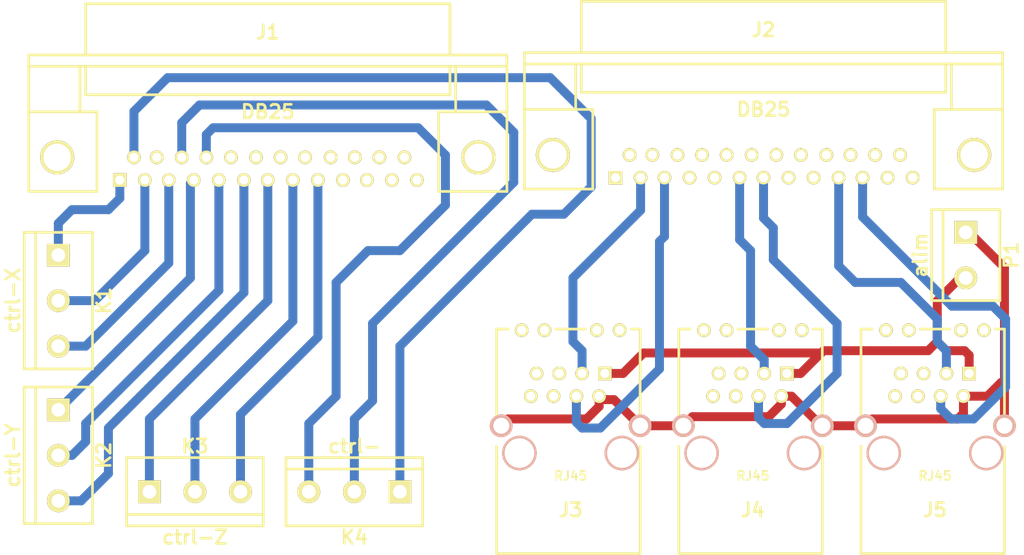
<source format=kicad_pcb>
(kicad_pcb (version 3) (host pcbnew "(2013-07-07 BZR 4022)-stable")

  (general
    (links 30)
    (no_connects 0)
    (area 115.316 86.36 230.632 150.876)
    (thickness 1.6)
    (drawings 0)
    (tracks 146)
    (zones 0)
    (modules 10)
    (nets 21)
  )

  (page A3)
  (layers
    (15 Dessus.Cu signal)
    (0 Dessous.Cu signal)
    (16 Dessous.Adhes user)
    (17 Dessus.Adhes user)
    (18 Dessous.Pate user)
    (19 Dessus.Pate user)
    (20 Dessous.SilkS user)
    (21 Dessus.SilkS user)
    (22 Dessous.Masque user)
    (23 Dessus.Masque user)
    (24 Dessin.User user)
    (25 Cmts.User user)
    (26 Eco1.User user)
    (27 Eco2.User user)
    (28 Contours.Ci user)
  )

  (setup
    (last_trace_width 1)
    (trace_clearance 1)
    (zone_clearance 0.508)
    (zone_45_only no)
    (trace_min 0.254)
    (segment_width 0.2)
    (edge_width 0.15)
    (via_size 2)
    (via_drill 1)
    (via_min_size 0.889)
    (via_min_drill 0.508)
    (uvia_size 0.508)
    (uvia_drill 0.127)
    (uvias_allowed no)
    (uvia_min_size 0.508)
    (uvia_min_drill 0.127)
    (pcb_text_width 0.3)
    (pcb_text_size 1.5 1.5)
    (mod_edge_width 0.15)
    (mod_text_size 1.5 1.5)
    (mod_text_width 0.15)
    (pad_size 1.524 1.524)
    (pad_drill 0.762)
    (pad_to_mask_clearance 0.2)
    (aux_axis_origin 0 0)
    (visible_elements 7FFFFFFF)
    (pcbplotparams
      (layerselection 3178497)
      (usegerberextensions true)
      (excludeedgelayer true)
      (linewidth 0.100000)
      (plotframeref false)
      (viasonmask false)
      (mode 1)
      (useauxorigin false)
      (hpglpennumber 1)
      (hpglpenspeed 20)
      (hpglpendiameter 15)
      (hpglpenoverlay 2)
      (psnegative false)
      (psa4output false)
      (plotreference true)
      (plotvalue true)
      (plotothertext true)
      (plotinvisibletext false)
      (padsonsilk false)
      (subtractmaskfromsilk false)
      (outputformat 1)
      (mirror false)
      (drillshape 1)
      (scaleselection 1)
      (outputdirectory ""))
  )

  (net 0 "")
  (net 1 +5V)
  (net 2 GND)
  (net 3 N-000001)
  (net 4 N-0000011)
  (net 5 N-0000012)
  (net 6 N-0000013)
  (net 7 N-0000014)
  (net 8 N-0000015)
  (net 9 N-0000016)
  (net 10 N-0000017)
  (net 11 N-0000018)
  (net 12 N-0000019)
  (net 13 N-000002)
  (net 14 N-0000020)
  (net 15 N-000003)
  (net 16 N-000004)
  (net 17 N-000005)
  (net 18 N-000006)
  (net 19 N-000007)
  (net 20 N-000008)

  (net_class Default "Ceci est la Netclass par défaut"
    (clearance 1)
    (trace_width 1)
    (via_dia 2)
    (via_drill 1)
    (uvia_dia 0.508)
    (uvia_drill 0.127)
    (add_net "")
    (add_net +5V)
    (add_net GND)
    (add_net N-000001)
    (add_net N-0000011)
    (add_net N-0000012)
    (add_net N-0000013)
    (add_net N-0000014)
    (add_net N-0000015)
    (add_net N-0000016)
    (add_net N-0000017)
    (add_net N-0000018)
    (add_net N-0000019)
    (add_net N-000002)
    (add_net N-0000020)
    (add_net N-000003)
    (add_net N-000004)
    (add_net N-000005)
    (add_net N-000006)
    (add_net N-000007)
    (add_net N-000008)
  )

  (module RJ45_TRANSFO (layer Dessus.Cu) (tedit 4C6963A3) (tstamp 52B60510)
    (at 224.028 129.54)
    (tags RJ45)
    (path /52B5FB4D)
    (fp_text reference J5 (at -3.81 15.24) (layer Dessus.SilkS)
      (effects (font (size 1.524 1.524) (thickness 0.3048)))
    )
    (fp_text value RJ45 (at -3.81 11.43) (layer Dessus.SilkS)
      (effects (font (size 1.00076 1.00076) (thickness 0.2032)))
    )
    (fp_line (start 3.937 20.066) (end 3.937 8.128) (layer Dessus.SilkS) (width 0.3048))
    (fp_line (start 3.937 4.953) (end 3.937 -4.953) (layer Dessus.SilkS) (width 0.3048))
    (fp_line (start -12.065 20.066) (end -12.065 8.128) (layer Dessus.SilkS) (width 0.3048))
    (fp_line (start -12.065 4.953) (end -12.065 -4.953) (layer Dessus.SilkS) (width 0.3048))
    (fp_line (start 3.937 -4.953) (end 2.921 -4.953) (layer Dessus.SilkS) (width 0.3048))
    (fp_line (start -5.461 -4.953) (end -2.159 -4.953) (layer Dessus.SilkS) (width 0.3048))
    (fp_line (start -12.065 -4.953) (end -10.795 -4.953) (layer Dessus.SilkS) (width 0.3048))
    (fp_line (start -12.065 20.11172) (end 3.937 20.11172) (layer Dessus.SilkS) (width 0.3048))
    (pad Hole thru_hole circle (at 1.905 8.89) (size 3.85064 3.85064) (drill 3.302)
      (layers *.Cu *.SilkS *.Mask)
    )
    (pad Hole thru_hole circle (at -9.525 8.89) (size 3.85064 3.85064) (drill 3.302)
      (layers *.Cu *.SilkS *.Mask)
    )
    (pad 8 thru_hole circle (at -8.255 2.54) (size 1.524 1.524) (drill 1.016)
      (layers *.Cu *.Mask Dessus.SilkS)
    )
    (pad 7 thru_hole circle (at -7.62 0) (size 1.524 1.524) (drill 1.016)
      (layers *.Cu *.Mask Dessus.SilkS)
    )
    (pad 6 thru_hole circle (at -5.715 2.54) (size 1.524 1.524) (drill 1.016)
      (layers *.Cu *.Mask Dessus.SilkS)
    )
    (pad 5 thru_hole circle (at -5.08 0) (size 1.524 1.524) (drill 1.016)
      (layers *.Cu *.Mask Dessus.SilkS)
    )
    (pad 4 thru_hole circle (at -3.175 2.54) (size 1.524 1.524) (drill 1.016)
      (layers *.Cu *.Mask Dessus.SilkS)
      (net 7 N-0000014)
    )
    (pad 3 thru_hole circle (at -2.54 0) (size 1.524 1.524) (drill 1.016)
      (layers *.Cu *.Mask Dessus.SilkS)
      (net 10 N-0000017)
    )
    (pad 2 thru_hole circle (at -0.635 2.54) (size 1.524 1.524) (drill 1.016)
      (layers *.Cu *.Mask Dessus.SilkS)
      (net 2 GND)
    )
    (pad 13 thru_hole circle (at 3.937 5.842) (size 2.54 2.54) (drill 1.778)
      (layers *.Cu *.SilkS *.Mask)
      (net 2 GND)
    )
    (pad 13 thru_hole circle (at -11.557 5.842) (size 2.54 2.54) (drill 1.778)
      (layers *.Cu *.SilkS *.Mask)
      (net 2 GND)
    )
    (pad YK thru_hole circle (at -6.731 -4.826) (size 1.524 1.524) (drill 1.016)
      (layers *.Cu *.Mask Dessus.SilkS)
    )
    (pad GA thru_hole circle (at -0.889 -4.826) (size 1.524 1.524) (drill 1.016)
      (layers *.Cu *.Mask Dessus.SilkS)
    )
    (pad YA thru_hole circle (at -9.271 -4.826) (size 1.524 1.524) (drill 1.016)
      (layers *.Cu *.Mask Dessus.SilkS)
    )
    (pad GK thru_hole circle (at 1.651 -4.826) (size 1.524 1.524) (drill 1.016)
      (layers *.Cu *.Mask Dessus.SilkS)
    )
    (pad 1 thru_hole rect (at 0 0) (size 1.524 1.524) (drill 1.016)
      (layers *.Cu *.Mask Dessus.SilkS)
      (net 1 +5V)
    )
  )

  (module RJ45_TRANSFO (layer Dessus.Cu) (tedit 4C6963A3) (tstamp 52B6052C)
    (at 203.708 129.54)
    (tags RJ45)
    (path /52B5FC63)
    (fp_text reference J4 (at -3.81 15.24) (layer Dessus.SilkS)
      (effects (font (size 1.524 1.524) (thickness 0.3048)))
    )
    (fp_text value RJ45 (at -3.81 11.43) (layer Dessus.SilkS)
      (effects (font (size 1.00076 1.00076) (thickness 0.2032)))
    )
    (fp_line (start 3.937 20.066) (end 3.937 8.128) (layer Dessus.SilkS) (width 0.3048))
    (fp_line (start 3.937 4.953) (end 3.937 -4.953) (layer Dessus.SilkS) (width 0.3048))
    (fp_line (start -12.065 20.066) (end -12.065 8.128) (layer Dessus.SilkS) (width 0.3048))
    (fp_line (start -12.065 4.953) (end -12.065 -4.953) (layer Dessus.SilkS) (width 0.3048))
    (fp_line (start 3.937 -4.953) (end 2.921 -4.953) (layer Dessus.SilkS) (width 0.3048))
    (fp_line (start -5.461 -4.953) (end -2.159 -4.953) (layer Dessus.SilkS) (width 0.3048))
    (fp_line (start -12.065 -4.953) (end -10.795 -4.953) (layer Dessus.SilkS) (width 0.3048))
    (fp_line (start -12.065 20.11172) (end 3.937 20.11172) (layer Dessus.SilkS) (width 0.3048))
    (pad Hole thru_hole circle (at 1.905 8.89) (size 3.85064 3.85064) (drill 3.302)
      (layers *.Cu *.SilkS *.Mask)
    )
    (pad Hole thru_hole circle (at -9.525 8.89) (size 3.85064 3.85064) (drill 3.302)
      (layers *.Cu *.SilkS *.Mask)
    )
    (pad 8 thru_hole circle (at -8.255 2.54) (size 1.524 1.524) (drill 1.016)
      (layers *.Cu *.Mask Dessus.SilkS)
    )
    (pad 7 thru_hole circle (at -7.62 0) (size 1.524 1.524) (drill 1.016)
      (layers *.Cu *.Mask Dessus.SilkS)
    )
    (pad 6 thru_hole circle (at -5.715 2.54) (size 1.524 1.524) (drill 1.016)
      (layers *.Cu *.Mask Dessus.SilkS)
    )
    (pad 5 thru_hole circle (at -5.08 0) (size 1.524 1.524) (drill 1.016)
      (layers *.Cu *.Mask Dessus.SilkS)
    )
    (pad 4 thru_hole circle (at -3.175 2.54) (size 1.524 1.524) (drill 1.016)
      (layers *.Cu *.Mask Dessus.SilkS)
      (net 9 N-0000016)
    )
    (pad 3 thru_hole circle (at -2.54 0) (size 1.524 1.524) (drill 1.016)
      (layers *.Cu *.Mask Dessus.SilkS)
      (net 8 N-0000015)
    )
    (pad 2 thru_hole circle (at -0.635 2.54) (size 1.524 1.524) (drill 1.016)
      (layers *.Cu *.Mask Dessus.SilkS)
      (net 2 GND)
    )
    (pad 13 thru_hole circle (at 3.937 5.842) (size 2.54 2.54) (drill 1.778)
      (layers *.Cu *.SilkS *.Mask)
      (net 2 GND)
    )
    (pad 13 thru_hole circle (at -11.557 5.842) (size 2.54 2.54) (drill 1.778)
      (layers *.Cu *.SilkS *.Mask)
      (net 2 GND)
    )
    (pad YK thru_hole circle (at -6.731 -4.826) (size 1.524 1.524) (drill 1.016)
      (layers *.Cu *.Mask Dessus.SilkS)
    )
    (pad GA thru_hole circle (at -0.889 -4.826) (size 1.524 1.524) (drill 1.016)
      (layers *.Cu *.Mask Dessus.SilkS)
    )
    (pad YA thru_hole circle (at -9.271 -4.826) (size 1.524 1.524) (drill 1.016)
      (layers *.Cu *.Mask Dessus.SilkS)
    )
    (pad GK thru_hole circle (at 1.651 -4.826) (size 1.524 1.524) (drill 1.016)
      (layers *.Cu *.Mask Dessus.SilkS)
    )
    (pad 1 thru_hole rect (at 0 0) (size 1.524 1.524) (drill 1.016)
      (layers *.Cu *.Mask Dessus.SilkS)
      (net 1 +5V)
    )
  )

  (module RJ45_TRANSFO (layer Dessus.Cu) (tedit 4C6963A3) (tstamp 52B60548)
    (at 183.388 129.54)
    (tags RJ45)
    (path /52B5FC69)
    (fp_text reference J3 (at -3.81 15.24) (layer Dessus.SilkS)
      (effects (font (size 1.524 1.524) (thickness 0.3048)))
    )
    (fp_text value RJ45 (at -3.81 11.43) (layer Dessus.SilkS)
      (effects (font (size 1.00076 1.00076) (thickness 0.2032)))
    )
    (fp_line (start 3.937 20.066) (end 3.937 8.128) (layer Dessus.SilkS) (width 0.3048))
    (fp_line (start 3.937 4.953) (end 3.937 -4.953) (layer Dessus.SilkS) (width 0.3048))
    (fp_line (start -12.065 20.066) (end -12.065 8.128) (layer Dessus.SilkS) (width 0.3048))
    (fp_line (start -12.065 4.953) (end -12.065 -4.953) (layer Dessus.SilkS) (width 0.3048))
    (fp_line (start 3.937 -4.953) (end 2.921 -4.953) (layer Dessus.SilkS) (width 0.3048))
    (fp_line (start -5.461 -4.953) (end -2.159 -4.953) (layer Dessus.SilkS) (width 0.3048))
    (fp_line (start -12.065 -4.953) (end -10.795 -4.953) (layer Dessus.SilkS) (width 0.3048))
    (fp_line (start -12.065 20.11172) (end 3.937 20.11172) (layer Dessus.SilkS) (width 0.3048))
    (pad Hole thru_hole circle (at 1.905 8.89) (size 3.85064 3.85064) (drill 3.302)
      (layers *.Cu *.SilkS *.Mask)
    )
    (pad Hole thru_hole circle (at -9.525 8.89) (size 3.85064 3.85064) (drill 3.302)
      (layers *.Cu *.SilkS *.Mask)
    )
    (pad 8 thru_hole circle (at -8.255 2.54) (size 1.524 1.524) (drill 1.016)
      (layers *.Cu *.Mask Dessus.SilkS)
    )
    (pad 7 thru_hole circle (at -7.62 0) (size 1.524 1.524) (drill 1.016)
      (layers *.Cu *.Mask Dessus.SilkS)
    )
    (pad 6 thru_hole circle (at -5.715 2.54) (size 1.524 1.524) (drill 1.016)
      (layers *.Cu *.Mask Dessus.SilkS)
    )
    (pad 5 thru_hole circle (at -5.08 0) (size 1.524 1.524) (drill 1.016)
      (layers *.Cu *.Mask Dessus.SilkS)
    )
    (pad 4 thru_hole circle (at -3.175 2.54) (size 1.524 1.524) (drill 1.016)
      (layers *.Cu *.Mask Dessus.SilkS)
      (net 14 N-0000020)
    )
    (pad 3 thru_hole circle (at -2.54 0) (size 1.524 1.524) (drill 1.016)
      (layers *.Cu *.Mask Dessus.SilkS)
      (net 12 N-0000019)
    )
    (pad 2 thru_hole circle (at -0.635 2.54) (size 1.524 1.524) (drill 1.016)
      (layers *.Cu *.Mask Dessus.SilkS)
      (net 2 GND)
    )
    (pad 13 thru_hole circle (at 3.937 5.842) (size 2.54 2.54) (drill 1.778)
      (layers *.Cu *.SilkS *.Mask)
      (net 2 GND)
    )
    (pad 13 thru_hole circle (at -11.557 5.842) (size 2.54 2.54) (drill 1.778)
      (layers *.Cu *.SilkS *.Mask)
      (net 2 GND)
    )
    (pad YK thru_hole circle (at -6.731 -4.826) (size 1.524 1.524) (drill 1.016)
      (layers *.Cu *.Mask Dessus.SilkS)
    )
    (pad GA thru_hole circle (at -0.889 -4.826) (size 1.524 1.524) (drill 1.016)
      (layers *.Cu *.Mask Dessus.SilkS)
    )
    (pad YA thru_hole circle (at -9.271 -4.826) (size 1.524 1.524) (drill 1.016)
      (layers *.Cu *.Mask Dessus.SilkS)
    )
    (pad GK thru_hole circle (at 1.651 -4.826) (size 1.524 1.524) (drill 1.016)
      (layers *.Cu *.Mask Dessus.SilkS)
    )
    (pad 1 thru_hole rect (at 0 0) (size 1.524 1.524) (drill 1.016)
      (layers *.Cu *.Mask Dessus.SilkS)
      (net 1 +5V)
    )
  )

  (module DB25FC (layer Dessus.Cu) (tedit 200000) (tstamp 52B6057B)
    (at 201.0918 106.4133)
    (descr "Connecteur DB25 femelle couche")
    (tags "CONN DB25")
    (path /52B5FB03)
    (fp_text reference J2 (at 0 -15.24) (layer Dessus.SilkS)
      (effects (font (size 1.524 1.524) (thickness 0.3048)))
    )
    (fp_text value DB25 (at 0 -6.35) (layer Dessus.SilkS)
      (effects (font (size 1.524 1.524) (thickness 0.3048)))
    )
    (fp_line (start 26.67 -11.43) (end 26.67 2.54) (layer Dessus.SilkS) (width 0.3048))
    (fp_line (start 19.05 -6.35) (end 19.05 2.54) (layer Dessus.SilkS) (width 0.3048))
    (fp_line (start 20.955 -11.43) (end 20.955 -6.35) (layer Dessus.SilkS) (width 0.3048))
    (fp_line (start -20.955 -11.43) (end -20.955 -6.35) (layer Dessus.SilkS) (width 0.3048))
    (fp_line (start -19.05 -6.35) (end -19.05 2.54) (layer Dessus.SilkS) (width 0.3048))
    (fp_line (start -26.67 2.54) (end -26.67 -11.43) (layer Dessus.SilkS) (width 0.3048))
    (fp_line (start 26.67 -6.35) (end 19.05 -6.35) (layer Dessus.SilkS) (width 0.3048))
    (fp_line (start -26.67 -6.35) (end -19.05 -6.35) (layer Dessus.SilkS) (width 0.3048))
    (fp_line (start 20.32 -8.255) (end 20.32 -11.43) (layer Dessus.SilkS) (width 0.3048))
    (fp_line (start -20.32 -8.255) (end -20.32 -11.43) (layer Dessus.SilkS) (width 0.3048))
    (fp_line (start 20.32 -18.415) (end 20.32 -12.7) (layer Dessus.SilkS) (width 0.3048))
    (fp_line (start -20.32 -18.415) (end -20.32 -12.7) (layer Dessus.SilkS) (width 0.3048))
    (fp_line (start 26.67 -11.43) (end 26.67 -12.7) (layer Dessus.SilkS) (width 0.3048))
    (fp_line (start 26.67 -12.7) (end -26.67 -12.7) (layer Dessus.SilkS) (width 0.3048))
    (fp_line (start -26.67 -12.7) (end -26.67 -11.43) (layer Dessus.SilkS) (width 0.3048))
    (fp_line (start -26.67 -11.43) (end 26.67 -11.43) (layer Dessus.SilkS) (width 0.3048))
    (fp_line (start 19.05 2.54) (end 26.67 2.54) (layer Dessus.SilkS) (width 0.3048))
    (fp_line (start -20.32 -8.255) (end 20.32 -8.255) (layer Dessus.SilkS) (width 0.3048))
    (fp_line (start -20.32 -18.415) (end 20.32 -18.415) (layer Dessus.SilkS) (width 0.3048))
    (fp_line (start -26.67 2.54) (end -19.05 2.54) (layer Dessus.SilkS) (width 0.3048))
    (pad "" thru_hole circle (at 23.495 -1.27) (size 3.81 3.81) (drill 3.048)
      (layers *.Cu *.Mask Dessus.SilkS)
    )
    (pad "" thru_hole circle (at -23.495 -1.27) (size 3.81 3.81) (drill 3.048)
      (layers *.Cu *.Mask Dessus.SilkS)
    )
    (pad 1 thru_hole rect (at -16.51 1.27) (size 1.524 1.524) (drill 1.016)
      (layers *.Cu *.Mask Dessus.SilkS)
    )
    (pad 2 thru_hole circle (at -13.716 1.27) (size 1.524 1.524) (drill 1.016)
      (layers *.Cu *.Mask Dessus.SilkS)
      (net 12 N-0000019)
    )
    (pad 3 thru_hole circle (at -11.049 1.27) (size 1.524 1.524) (drill 1.016)
      (layers *.Cu *.Mask Dessus.SilkS)
      (net 14 N-0000020)
    )
    (pad 4 thru_hole circle (at -8.255 1.27) (size 1.524 1.524) (drill 1.016)
      (layers *.Cu *.Mask Dessus.SilkS)
    )
    (pad 5 thru_hole circle (at -5.461 1.27) (size 1.524 1.524) (drill 1.016)
      (layers *.Cu *.Mask Dessus.SilkS)
    )
    (pad 6 thru_hole circle (at -2.667 1.27) (size 1.524 1.524) (drill 1.016)
      (layers *.Cu *.Mask Dessus.SilkS)
      (net 8 N-0000015)
    )
    (pad 7 thru_hole circle (at 0 1.27) (size 1.524 1.524) (drill 1.016)
      (layers *.Cu *.Mask Dessus.SilkS)
      (net 9 N-0000016)
    )
    (pad 8 thru_hole circle (at 2.794 1.27) (size 1.524 1.524) (drill 1.016)
      (layers *.Cu *.Mask Dessus.SilkS)
    )
    (pad 9 thru_hole circle (at 5.588 1.27) (size 1.524 1.524) (drill 1.016)
      (layers *.Cu *.Mask Dessus.SilkS)
    )
    (pad 10 thru_hole circle (at 8.382 1.27) (size 1.524 1.524) (drill 1.016)
      (layers *.Cu *.Mask Dessus.SilkS)
      (net 10 N-0000017)
    )
    (pad 11 thru_hole circle (at 11.049 1.27) (size 1.524 1.524) (drill 1.016)
      (layers *.Cu *.Mask Dessus.SilkS)
      (net 7 N-0000014)
    )
    (pad 12 thru_hole circle (at 13.843 1.27) (size 1.524 1.524) (drill 1.016)
      (layers *.Cu *.Mask Dessus.SilkS)
    )
    (pad 13 thru_hole circle (at 16.637 1.27) (size 1.524 1.524) (drill 1.016)
      (layers *.Cu *.Mask Dessus.SilkS)
    )
    (pad 14 thru_hole circle (at -14.9352 -1.27) (size 1.524 1.524) (drill 1.016)
      (layers *.Cu *.Mask Dessus.SilkS)
    )
    (pad 15 thru_hole circle (at -12.3952 -1.27) (size 1.524 1.524) (drill 1.016)
      (layers *.Cu *.Mask Dessus.SilkS)
    )
    (pad 16 thru_hole circle (at -9.6012 -1.27) (size 1.524 1.524) (drill 1.016)
      (layers *.Cu *.Mask Dessus.SilkS)
    )
    (pad 17 thru_hole circle (at -6.858 -1.27) (size 1.524 1.524) (drill 1.016)
      (layers *.Cu *.Mask Dessus.SilkS)
    )
    (pad 18 thru_hole circle (at -4.1148 -1.27) (size 1.524 1.524) (drill 1.016)
      (layers *.Cu *.Mask Dessus.SilkS)
    )
    (pad 19 thru_hole circle (at -1.3208 -1.27) (size 1.524 1.524) (drill 1.016)
      (layers *.Cu *.Mask Dessus.SilkS)
    )
    (pad 20 thru_hole circle (at 1.4224 -1.27) (size 1.524 1.524) (drill 1.016)
      (layers *.Cu *.Mask Dessus.SilkS)
    )
    (pad 21 thru_hole circle (at 4.1656 -1.27) (size 1.524 1.524) (drill 1.016)
      (layers *.Cu *.Mask Dessus.SilkS)
    )
    (pad 22 thru_hole circle (at 7.0104 -1.27) (size 1.524 1.524) (drill 1.016)
      (layers *.Cu *.Mask Dessus.SilkS)
    )
    (pad 23 thru_hole circle (at 9.7028 -1.27) (size 1.524 1.524) (drill 1.016)
      (layers *.Cu *.Mask Dessus.SilkS)
    )
    (pad 24 thru_hole circle (at 12.446 -1.27) (size 1.524 1.524) (drill 1.016)
      (layers *.Cu *.Mask Dessus.SilkS)
    )
    (pad 25 thru_hole circle (at 15.24 -1.27) (size 1.524 1.524) (drill 1.016)
      (layers *.Cu *.Mask Dessus.SilkS)
    )
    (model conn_DBxx/db25_female_pin90deg.wrl
      (at (xyz 0 0 0))
      (scale (xyz 1 1 1))
      (rotate (xyz 0 0 0))
    )
  )

  (module DB25FC (layer Dessus.Cu) (tedit 200000) (tstamp 52B605AE)
    (at 145.796 106.68)
    (descr "Connecteur DB25 femelle couche")
    (tags "CONN DB25")
    (path /52B5FB13)
    (fp_text reference J1 (at 0 -15.24) (layer Dessus.SilkS)
      (effects (font (size 1.524 1.524) (thickness 0.3048)))
    )
    (fp_text value DB25 (at 0 -6.35) (layer Dessus.SilkS)
      (effects (font (size 1.524 1.524) (thickness 0.3048)))
    )
    (fp_line (start 26.67 -11.43) (end 26.67 2.54) (layer Dessus.SilkS) (width 0.3048))
    (fp_line (start 19.05 -6.35) (end 19.05 2.54) (layer Dessus.SilkS) (width 0.3048))
    (fp_line (start 20.955 -11.43) (end 20.955 -6.35) (layer Dessus.SilkS) (width 0.3048))
    (fp_line (start -20.955 -11.43) (end -20.955 -6.35) (layer Dessus.SilkS) (width 0.3048))
    (fp_line (start -19.05 -6.35) (end -19.05 2.54) (layer Dessus.SilkS) (width 0.3048))
    (fp_line (start -26.67 2.54) (end -26.67 -11.43) (layer Dessus.SilkS) (width 0.3048))
    (fp_line (start 26.67 -6.35) (end 19.05 -6.35) (layer Dessus.SilkS) (width 0.3048))
    (fp_line (start -26.67 -6.35) (end -19.05 -6.35) (layer Dessus.SilkS) (width 0.3048))
    (fp_line (start 20.32 -8.255) (end 20.32 -11.43) (layer Dessus.SilkS) (width 0.3048))
    (fp_line (start -20.32 -8.255) (end -20.32 -11.43) (layer Dessus.SilkS) (width 0.3048))
    (fp_line (start 20.32 -18.415) (end 20.32 -12.7) (layer Dessus.SilkS) (width 0.3048))
    (fp_line (start -20.32 -18.415) (end -20.32 -12.7) (layer Dessus.SilkS) (width 0.3048))
    (fp_line (start 26.67 -11.43) (end 26.67 -12.7) (layer Dessus.SilkS) (width 0.3048))
    (fp_line (start 26.67 -12.7) (end -26.67 -12.7) (layer Dessus.SilkS) (width 0.3048))
    (fp_line (start -26.67 -12.7) (end -26.67 -11.43) (layer Dessus.SilkS) (width 0.3048))
    (fp_line (start -26.67 -11.43) (end 26.67 -11.43) (layer Dessus.SilkS) (width 0.3048))
    (fp_line (start 19.05 2.54) (end 26.67 2.54) (layer Dessus.SilkS) (width 0.3048))
    (fp_line (start -20.32 -8.255) (end 20.32 -8.255) (layer Dessus.SilkS) (width 0.3048))
    (fp_line (start -20.32 -18.415) (end 20.32 -18.415) (layer Dessus.SilkS) (width 0.3048))
    (fp_line (start -26.67 2.54) (end -19.05 2.54) (layer Dessus.SilkS) (width 0.3048))
    (pad "" thru_hole circle (at 23.495 -1.27) (size 3.81 3.81) (drill 3.048)
      (layers *.Cu *.Mask Dessus.SilkS)
    )
    (pad "" thru_hole circle (at -23.495 -1.27) (size 3.81 3.81) (drill 3.048)
      (layers *.Cu *.Mask Dessus.SilkS)
    )
    (pad 1 thru_hole rect (at -16.51 1.27) (size 1.524 1.524) (drill 1.016)
      (layers *.Cu *.Mask Dessus.SilkS)
      (net 4 N-0000011)
    )
    (pad 2 thru_hole circle (at -13.716 1.27) (size 1.524 1.524) (drill 1.016)
      (layers *.Cu *.Mask Dessus.SilkS)
      (net 5 N-0000012)
    )
    (pad 3 thru_hole circle (at -11.049 1.27) (size 1.524 1.524) (drill 1.016)
      (layers *.Cu *.Mask Dessus.SilkS)
      (net 6 N-0000013)
    )
    (pad 4 thru_hole circle (at -8.255 1.27) (size 1.524 1.524) (drill 1.016)
      (layers *.Cu *.Mask Dessus.SilkS)
      (net 3 N-000001)
    )
    (pad 5 thru_hole circle (at -5.461 1.27) (size 1.524 1.524) (drill 1.016)
      (layers *.Cu *.Mask Dessus.SilkS)
      (net 13 N-000002)
    )
    (pad 6 thru_hole circle (at -2.667 1.27) (size 1.524 1.524) (drill 1.016)
      (layers *.Cu *.Mask Dessus.SilkS)
      (net 15 N-000003)
    )
    (pad 7 thru_hole circle (at 0 1.27) (size 1.524 1.524) (drill 1.016)
      (layers *.Cu *.Mask Dessus.SilkS)
      (net 16 N-000004)
    )
    (pad 8 thru_hole circle (at 2.794 1.27) (size 1.524 1.524) (drill 1.016)
      (layers *.Cu *.Mask Dessus.SilkS)
      (net 17 N-000005)
    )
    (pad 9 thru_hole circle (at 5.588 1.27) (size 1.524 1.524) (drill 1.016)
      (layers *.Cu *.Mask Dessus.SilkS)
      (net 18 N-000006)
    )
    (pad 10 thru_hole circle (at 8.382 1.27) (size 1.524 1.524) (drill 1.016)
      (layers *.Cu *.Mask Dessus.SilkS)
    )
    (pad 11 thru_hole circle (at 11.049 1.27) (size 1.524 1.524) (drill 1.016)
      (layers *.Cu *.Mask Dessus.SilkS)
    )
    (pad 12 thru_hole circle (at 13.843 1.27) (size 1.524 1.524) (drill 1.016)
      (layers *.Cu *.Mask Dessus.SilkS)
    )
    (pad 13 thru_hole circle (at 16.637 1.27) (size 1.524 1.524) (drill 1.016)
      (layers *.Cu *.Mask Dessus.SilkS)
    )
    (pad 14 thru_hole circle (at -14.9352 -1.27) (size 1.524 1.524) (drill 1.016)
      (layers *.Cu *.Mask Dessus.SilkS)
      (net 19 N-000007)
    )
    (pad 15 thru_hole circle (at -12.3952 -1.27) (size 1.524 1.524) (drill 1.016)
      (layers *.Cu *.Mask Dessus.SilkS)
    )
    (pad 16 thru_hole circle (at -9.6012 -1.27) (size 1.524 1.524) (drill 1.016)
      (layers *.Cu *.Mask Dessus.SilkS)
      (net 20 N-000008)
    )
    (pad 17 thru_hole circle (at -6.858 -1.27) (size 1.524 1.524) (drill 1.016)
      (layers *.Cu *.Mask Dessus.SilkS)
      (net 11 N-0000018)
    )
    (pad 18 thru_hole circle (at -4.1148 -1.27) (size 1.524 1.524) (drill 1.016)
      (layers *.Cu *.Mask Dessus.SilkS)
    )
    (pad 19 thru_hole circle (at -1.3208 -1.27) (size 1.524 1.524) (drill 1.016)
      (layers *.Cu *.Mask Dessus.SilkS)
    )
    (pad 20 thru_hole circle (at 1.4224 -1.27) (size 1.524 1.524) (drill 1.016)
      (layers *.Cu *.Mask Dessus.SilkS)
    )
    (pad 21 thru_hole circle (at 4.1656 -1.27) (size 1.524 1.524) (drill 1.016)
      (layers *.Cu *.Mask Dessus.SilkS)
    )
    (pad 22 thru_hole circle (at 7.0104 -1.27) (size 1.524 1.524) (drill 1.016)
      (layers *.Cu *.Mask Dessus.SilkS)
    )
    (pad 23 thru_hole circle (at 9.7028 -1.27) (size 1.524 1.524) (drill 1.016)
      (layers *.Cu *.Mask Dessus.SilkS)
    )
    (pad 24 thru_hole circle (at 12.446 -1.27) (size 1.524 1.524) (drill 1.016)
      (layers *.Cu *.Mask Dessus.SilkS)
    )
    (pad 25 thru_hole circle (at 15.24 -1.27) (size 1.524 1.524) (drill 1.016)
      (layers *.Cu *.Mask Dessus.SilkS)
    )
    (model conn_DBxx/db25_female_pin90deg.wrl
      (at (xyz 0 0 0))
      (scale (xyz 1 1 1))
      (rotate (xyz 0 0 0))
    )
  )

  (module bornier3 (layer Dessus.Cu) (tedit 3EC0ECFA) (tstamp 52B605BA)
    (at 122.428 121.412 270)
    (descr "Bornier d'alimentation 3 pins")
    (tags DEV)
    (path /52B5FD20)
    (fp_text reference K1 (at 0 -5.08 270) (layer Dessus.SilkS)
      (effects (font (size 1.524 1.524) (thickness 0.3048)))
    )
    (fp_text value ctrl-X (at 0 5.08 270) (layer Dessus.SilkS)
      (effects (font (size 1.524 1.524) (thickness 0.3048)))
    )
    (fp_line (start -7.62 3.81) (end -7.62 -3.81) (layer Dessus.SilkS) (width 0.3048))
    (fp_line (start 7.62 3.81) (end 7.62 -3.81) (layer Dessus.SilkS) (width 0.3048))
    (fp_line (start -7.62 2.54) (end 7.62 2.54) (layer Dessus.SilkS) (width 0.3048))
    (fp_line (start -7.62 -3.81) (end 7.62 -3.81) (layer Dessus.SilkS) (width 0.3048))
    (fp_line (start -7.62 3.81) (end 7.62 3.81) (layer Dessus.SilkS) (width 0.3048))
    (pad 1 thru_hole rect (at -5.08 0 270) (size 2.54 2.54) (drill 1.524)
      (layers *.Cu *.Mask Dessus.SilkS)
      (net 4 N-0000011)
    )
    (pad 2 thru_hole circle (at 0 0 270) (size 2.54 2.54) (drill 1.524)
      (layers *.Cu *.Mask Dessus.SilkS)
      (net 5 N-0000012)
    )
    (pad 3 thru_hole circle (at 5.08 0 270) (size 2.54 2.54) (drill 1.524)
      (layers *.Cu *.Mask Dessus.SilkS)
      (net 6 N-0000013)
    )
    (model device/bornier_3.wrl
      (at (xyz 0 0 0))
      (scale (xyz 1 1 1))
      (rotate (xyz 0 0 0))
    )
  )

  (module bornier3 (layer Dessus.Cu) (tedit 3EC0ECFA) (tstamp 52B605C6)
    (at 122.428 138.684 270)
    (descr "Bornier d'alimentation 3 pins")
    (tags DEV)
    (path /52B5FD2D)
    (fp_text reference K2 (at 0 -5.08 270) (layer Dessus.SilkS)
      (effects (font (size 1.524 1.524) (thickness 0.3048)))
    )
    (fp_text value ctrl-Y (at 0 5.08 270) (layer Dessus.SilkS)
      (effects (font (size 1.524 1.524) (thickness 0.3048)))
    )
    (fp_line (start -7.62 3.81) (end -7.62 -3.81) (layer Dessus.SilkS) (width 0.3048))
    (fp_line (start 7.62 3.81) (end 7.62 -3.81) (layer Dessus.SilkS) (width 0.3048))
    (fp_line (start -7.62 2.54) (end 7.62 2.54) (layer Dessus.SilkS) (width 0.3048))
    (fp_line (start -7.62 -3.81) (end 7.62 -3.81) (layer Dessus.SilkS) (width 0.3048))
    (fp_line (start -7.62 3.81) (end 7.62 3.81) (layer Dessus.SilkS) (width 0.3048))
    (pad 1 thru_hole rect (at -5.08 0 270) (size 2.54 2.54) (drill 1.524)
      (layers *.Cu *.Mask Dessus.SilkS)
      (net 3 N-000001)
    )
    (pad 2 thru_hole circle (at 0 0 270) (size 2.54 2.54) (drill 1.524)
      (layers *.Cu *.Mask Dessus.SilkS)
      (net 13 N-000002)
    )
    (pad 3 thru_hole circle (at 5.08 0 270) (size 2.54 2.54) (drill 1.524)
      (layers *.Cu *.Mask Dessus.SilkS)
      (net 15 N-000003)
    )
    (model device/bornier_3.wrl
      (at (xyz 0 0 0))
      (scale (xyz 1 1 1))
      (rotate (xyz 0 0 0))
    )
  )

  (module bornier3 (layer Dessus.Cu) (tedit 3EC0ECFA) (tstamp 52B605D2)
    (at 137.668 142.748)
    (descr "Bornier d'alimentation 3 pins")
    (tags DEV)
    (path /52B5FD33)
    (fp_text reference K3 (at 0 -5.08) (layer Dessus.SilkS)
      (effects (font (size 1.524 1.524) (thickness 0.3048)))
    )
    (fp_text value ctrl-Z (at 0 5.08) (layer Dessus.SilkS)
      (effects (font (size 1.524 1.524) (thickness 0.3048)))
    )
    (fp_line (start -7.62 3.81) (end -7.62 -3.81) (layer Dessus.SilkS) (width 0.3048))
    (fp_line (start 7.62 3.81) (end 7.62 -3.81) (layer Dessus.SilkS) (width 0.3048))
    (fp_line (start -7.62 2.54) (end 7.62 2.54) (layer Dessus.SilkS) (width 0.3048))
    (fp_line (start -7.62 -3.81) (end 7.62 -3.81) (layer Dessus.SilkS) (width 0.3048))
    (fp_line (start -7.62 3.81) (end 7.62 3.81) (layer Dessus.SilkS) (width 0.3048))
    (pad 1 thru_hole rect (at -5.08 0) (size 2.54 2.54) (drill 1.524)
      (layers *.Cu *.Mask Dessus.SilkS)
      (net 16 N-000004)
    )
    (pad 2 thru_hole circle (at 0 0) (size 2.54 2.54) (drill 1.524)
      (layers *.Cu *.Mask Dessus.SilkS)
      (net 17 N-000005)
    )
    (pad 3 thru_hole circle (at 5.08 0) (size 2.54 2.54) (drill 1.524)
      (layers *.Cu *.Mask Dessus.SilkS)
      (net 18 N-000006)
    )
    (model device/bornier_3.wrl
      (at (xyz 0 0 0))
      (scale (xyz 1 1 1))
      (rotate (xyz 0 0 0))
    )
  )

  (module bornier3 (layer Dessus.Cu) (tedit 3EC0ECFA) (tstamp 52B605DE)
    (at 155.448 142.748 180)
    (descr "Bornier d'alimentation 3 pins")
    (tags DEV)
    (path /52B5FD39)
    (fp_text reference K4 (at 0 -5.08 180) (layer Dessus.SilkS)
      (effects (font (size 1.524 1.524) (thickness 0.3048)))
    )
    (fp_text value ctrl- (at 0 5.08 180) (layer Dessus.SilkS)
      (effects (font (size 1.524 1.524) (thickness 0.3048)))
    )
    (fp_line (start -7.62 3.81) (end -7.62 -3.81) (layer Dessus.SilkS) (width 0.3048))
    (fp_line (start 7.62 3.81) (end 7.62 -3.81) (layer Dessus.SilkS) (width 0.3048))
    (fp_line (start -7.62 2.54) (end 7.62 2.54) (layer Dessus.SilkS) (width 0.3048))
    (fp_line (start -7.62 -3.81) (end 7.62 -3.81) (layer Dessus.SilkS) (width 0.3048))
    (fp_line (start -7.62 3.81) (end 7.62 3.81) (layer Dessus.SilkS) (width 0.3048))
    (pad 1 thru_hole rect (at -5.08 0 180) (size 2.54 2.54) (drill 1.524)
      (layers *.Cu *.Mask Dessus.SilkS)
      (net 19 N-000007)
    )
    (pad 2 thru_hole circle (at 0 0 180) (size 2.54 2.54) (drill 1.524)
      (layers *.Cu *.Mask Dessus.SilkS)
      (net 20 N-000008)
    )
    (pad 3 thru_hole circle (at 5.08 0 180) (size 2.54 2.54) (drill 1.524)
      (layers *.Cu *.Mask Dessus.SilkS)
      (net 11 N-0000018)
    )
    (model device/bornier_3.wrl
      (at (xyz 0 0 0))
      (scale (xyz 1 1 1))
      (rotate (xyz 0 0 0))
    )
  )

  (module bornier2 (layer Dessus.Cu) (tedit 3EC0ED69) (tstamp 52B605E9)
    (at 223.647 116.332 270)
    (descr "Bornier d'alimentation 2 pins")
    (tags DEV)
    (path /52B5FCB8)
    (fp_text reference P1 (at 0 -5.08 270) (layer Dessus.SilkS)
      (effects (font (size 1.524 1.524) (thickness 0.3048)))
    )
    (fp_text value alim (at 0 5.08 270) (layer Dessus.SilkS)
      (effects (font (size 1.524 1.524) (thickness 0.3048)))
    )
    (fp_line (start 5.08 2.54) (end -5.08 2.54) (layer Dessus.SilkS) (width 0.3048))
    (fp_line (start 5.08 3.81) (end 5.08 -3.81) (layer Dessus.SilkS) (width 0.3048))
    (fp_line (start 5.08 -3.81) (end -5.08 -3.81) (layer Dessus.SilkS) (width 0.3048))
    (fp_line (start -5.08 -3.81) (end -5.08 3.81) (layer Dessus.SilkS) (width 0.3048))
    (fp_line (start -5.08 3.81) (end 5.08 3.81) (layer Dessus.SilkS) (width 0.3048))
    (pad 1 thru_hole rect (at -2.54 0 270) (size 2.54 2.54) (drill 1.524)
      (layers *.Cu *.Mask Dessus.SilkS)
      (net 2 GND)
    )
    (pad 2 thru_hole circle (at 2.54 0 270) (size 2.54 2.54) (drill 1.524)
      (layers *.Cu *.Mask Dessus.SilkS)
      (net 1 +5V)
    )
    (model device/bornier_2.wrl
      (at (xyz 0 0 0))
      (scale (xyz 1 1 1))
      (rotate (xyz 0 0 0))
    )
  )

  (segment (start 207.518 127.254) (end 187.706 127.254) (width 1) (layer Dessus.Cu) (net 1))
  (segment (start 185.42 129.54) (end 183.388 129.54) (width 1) (layer Dessus.Cu) (net 1) (tstamp 52B6100C))
  (segment (start 187.706 127.254) (end 185.42 129.54) (width 1) (layer Dessus.Cu) (net 1) (tstamp 52B6100B))
  (segment (start 220.472 125.984) (end 219.456 127) (width 1) (layer Dessus.Cu) (net 1))
  (segment (start 205.232 129.54) (end 203.708 129.54) (width 1) (layer Dessus.Cu) (net 1) (tstamp 52B61004))
  (segment (start 207.772 127) (end 207.518 127.254) (width 1) (layer Dessus.Cu) (net 1) (tstamp 52B61003))
  (segment (start 207.518 127.254) (end 205.232 129.54) (width 1) (layer Dessus.Cu) (net 1) (tstamp 52B61009))
  (segment (start 219.456 127) (end 207.772 127) (width 1) (layer Dessus.Cu) (net 1) (tstamp 52B61001))
  (segment (start 223.647 118.872) (end 223.012 118.872) (width 1) (layer Dessus.Cu) (net 1))
  (segment (start 224.028 127.508) (end 224.028 129.54) (width 1) (layer Dessus.Cu) (net 1) (tstamp 52B60FF8))
  (segment (start 223.52 127) (end 224.028 127.508) (width 1) (layer Dessus.Cu) (net 1) (tstamp 52B60FF7))
  (segment (start 221.488 127) (end 223.52 127) (width 1) (layer Dessus.Cu) (net 1) (tstamp 52B60FF6))
  (segment (start 220.472 125.984) (end 221.488 127) (width 1) (layer Dessus.Cu) (net 1) (tstamp 52B60FF5))
  (segment (start 220.472 121.412) (end 220.472 125.984) (width 1) (layer Dessus.Cu) (net 1) (tstamp 52B60FF4))
  (segment (start 223.012 118.872) (end 220.472 121.412) (width 1) (layer Dessus.Cu) (net 1) (tstamp 52B60FF2))
  (segment (start 182.753 132.08) (end 182.753 133.223) (width 1) (layer Dessus.Cu) (net 2))
  (segment (start 172.593 134.62) (end 171.831 135.382) (width 1) (layer Dessus.Cu) (net 2) (tstamp 52B60FE8))
  (segment (start 181.356 134.62) (end 172.593 134.62) (width 1) (layer Dessus.Cu) (net 2) (tstamp 52B60FE6))
  (segment (start 182.753 133.223) (end 181.356 134.62) (width 1) (layer Dessus.Cu) (net 2) (tstamp 52B60FE5))
  (segment (start 192.151 135.382) (end 187.325 135.382) (width 1) (layer Dessus.Cu) (net 2))
  (segment (start 187.325 135.382) (end 184.404 132.461) (width 1) (layer Dessus.Cu) (net 2) (tstamp 52B60FDF))
  (segment (start 183.134 132.461) (end 182.753 132.08) (width 1) (layer Dessus.Cu) (net 2) (tstamp 52B60FE2))
  (segment (start 184.404 132.461) (end 183.134 132.461) (width 1) (layer Dessus.Cu) (net 2) (tstamp 52B60FE0))
  (segment (start 203.073 132.08) (end 203.073 132.969) (width 1) (layer Dessus.Cu) (net 2))
  (segment (start 193.167 134.366) (end 192.151 135.382) (width 1) (layer Dessus.Cu) (net 2) (tstamp 52B60FD9))
  (segment (start 201.676 134.366) (end 193.167 134.366) (width 1) (layer Dessus.Cu) (net 2) (tstamp 52B60FD8))
  (segment (start 203.073 132.969) (end 201.676 134.366) (width 1) (layer Dessus.Cu) (net 2) (tstamp 52B60FD7))
  (segment (start 207.645 135.382) (end 207.518 135.382) (width 1) (layer Dessus.Cu) (net 2))
  (segment (start 204.216 132.08) (end 203.073 132.08) (width 1) (layer Dessus.Cu) (net 2) (tstamp 52B60FD3))
  (segment (start 207.518 135.382) (end 204.216 132.08) (width 1) (layer Dessus.Cu) (net 2) (tstamp 52B60FD1))
  (segment (start 212.471 135.382) (end 207.645 135.382) (width 1) (layer Dessus.Cu) (net 2))
  (segment (start 223.393 132.08) (end 223.393 133.985) (width 1) (layer Dessus.Cu) (net 2))
  (segment (start 213.233 134.62) (end 212.471 135.382) (width 1) (layer Dessus.Cu) (net 2) (tstamp 52B60FCA))
  (segment (start 222.758 134.62) (end 213.233 134.62) (width 1) (layer Dessus.Cu) (net 2) (tstamp 52B60FC8))
  (segment (start 223.393 133.985) (end 222.758 134.62) (width 1) (layer Dessus.Cu) (net 2) (tstamp 52B60FC7))
  (segment (start 227.965 130.556) (end 227.584 130.556) (width 1) (layer Dessus.Cu) (net 2))
  (segment (start 226.06 132.08) (end 223.393 132.08) (width 1) (layer Dessus.Cu) (net 2) (tstamp 52B60FB9))
  (segment (start 227.584 130.556) (end 226.06 132.08) (width 1) (layer Dessus.Cu) (net 2) (tstamp 52B60FB8))
  (segment (start 223.647 113.792) (end 224.028 113.792) (width 1) (layer Dessus.Cu) (net 2))
  (segment (start 227.965 117.729) (end 227.965 130.556) (width 1) (layer Dessus.Cu) (net 2) (tstamp 52B60FB2))
  (segment (start 227.965 130.556) (end 227.965 135.382) (width 1) (layer Dessus.Cu) (net 2) (tstamp 52B60FB6))
  (segment (start 224.028 113.792) (end 227.965 117.729) (width 1) (layer Dessus.Cu) (net 2) (tstamp 52B60FB1))
  (segment (start 122.428 133.604) (end 137.16 118.872) (width 1) (layer Dessous.Cu) (net 3))
  (segment (start 137.16 108.331) (end 137.541 107.95) (width 1) (layer Dessous.Cu) (net 3) (tstamp 52B6119E))
  (segment (start 137.16 118.872) (end 137.16 108.331) (width 1) (layer Dessous.Cu) (net 3) (tstamp 52B6119D))
  (segment (start 122.428 116.332) (end 122.428 112.776) (width 1) (layer Dessous.Cu) (net 4))
  (segment (start 129.286 109.982) (end 129.286 107.95) (width 1) (layer Dessous.Cu) (net 4) (tstamp 52B61113))
  (segment (start 128.016 111.252) (end 129.286 109.982) (width 1) (layer Dessous.Cu) (net 4) (tstamp 52B61111))
  (segment (start 123.952 111.252) (end 128.016 111.252) (width 1) (layer Dessous.Cu) (net 4) (tstamp 52B61110))
  (segment (start 122.428 112.776) (end 123.952 111.252) (width 1) (layer Dessous.Cu) (net 4) (tstamp 52B6110D))
  (segment (start 122.428 121.412) (end 126.492 121.412) (width 1) (layer Dessous.Cu) (net 5))
  (segment (start 132.08 115.824) (end 132.08 107.95) (width 1) (layer Dessous.Cu) (net 5) (tstamp 52B61119))
  (segment (start 126.492 121.412) (end 132.08 115.824) (width 1) (layer Dessous.Cu) (net 5) (tstamp 52B61117))
  (segment (start 134.747 107.95) (end 134.747 117.221) (width 1) (layer Dessous.Cu) (net 6))
  (segment (start 125.476 126.492) (end 122.428 126.492) (width 1) (layer Dessous.Cu) (net 6) (tstamp 52B6111F))
  (segment (start 134.747 117.221) (end 125.476 126.492) (width 1) (layer Dessous.Cu) (net 6) (tstamp 52B6111E))
  (segment (start 220.853 132.08) (end 220.853 133.477) (width 1) (layer Dessous.Cu) (net 7))
  (segment (start 212.1408 112.0648) (end 212.1408 107.6833) (width 1) (layer Dessous.Cu) (net 7) (tstamp 52B61095))
  (segment (start 222.105785 122.029785) (end 212.1408 112.0648) (width 1) (layer Dessous.Cu) (net 7) (tstamp 52B61090))
  (segment (start 226.677785 122.029785) (end 222.105785 122.029785) (width 1) (layer Dessous.Cu) (net 7) (tstamp 52B6108D))
  (segment (start 228.092 123.444) (end 226.677785 122.029785) (width 1) (layer Dessous.Cu) (net 7) (tstamp 52B6108A))
  (segment (start 228.092 131.064) (end 228.092 123.444) (width 1) (layer Dessous.Cu) (net 7) (tstamp 52B61086))
  (segment (start 224.536 134.62) (end 228.092 131.064) (width 1) (layer Dessous.Cu) (net 7) (tstamp 52B61080))
  (segment (start 221.996 134.62) (end 224.536 134.62) (width 1) (layer Dessous.Cu) (net 7) (tstamp 52B6107F))
  (segment (start 220.853 133.477) (end 221.996 134.62) (width 1) (layer Dessous.Cu) (net 7) (tstamp 52B6107D))
  (segment (start 201.168 129.54) (end 201.168 128.016) (width 1) (layer Dessous.Cu) (net 8))
  (segment (start 198.4248 114.6048) (end 198.4248 107.6833) (width 1) (layer Dessous.Cu) (net 8) (tstamp 52B610A3))
  (segment (start 199.644 115.824) (end 198.4248 114.6048) (width 1) (layer Dessous.Cu) (net 8) (tstamp 52B610A0))
  (segment (start 199.644 126.492) (end 199.644 115.824) (width 1) (layer Dessous.Cu) (net 8) (tstamp 52B6109E))
  (segment (start 201.168 128.016) (end 199.644 126.492) (width 1) (layer Dessous.Cu) (net 8) (tstamp 52B6109C))
  (segment (start 200.533 132.08) (end 200.533 134.493) (width 1) (layer Dessous.Cu) (net 9))
  (segment (start 201.0918 112.1918) (end 201.0918 107.6833) (width 1) (layer Dessous.Cu) (net 9) (tstamp 52B610B3))
  (segment (start 202.184 113.284) (end 201.0918 112.1918) (width 1) (layer Dessous.Cu) (net 9) (tstamp 52B610B2))
  (segment (start 202.184 116.84) (end 202.184 113.284) (width 1) (layer Dessous.Cu) (net 9) (tstamp 52B610B0))
  (segment (start 209.296 123.952) (end 202.184 116.84) (width 1) (layer Dessous.Cu) (net 9) (tstamp 52B610AE))
  (segment (start 209.296 129.54) (end 209.296 123.952) (width 1) (layer Dessous.Cu) (net 9) (tstamp 52B610AA))
  (segment (start 203.708 135.128) (end 209.296 129.54) (width 1) (layer Dessous.Cu) (net 9) (tstamp 52B610A9))
  (segment (start 201.168 135.128) (end 203.708 135.128) (width 1) (layer Dessous.Cu) (net 9) (tstamp 52B610A8))
  (segment (start 200.533 134.493) (end 201.168 135.128) (width 1) (layer Dessous.Cu) (net 9) (tstamp 52B610A7))
  (segment (start 221.488 129.54) (end 221.488 127) (width 1) (layer Dessous.Cu) (net 10))
  (segment (start 209.4738 117.5258) (end 209.4738 107.6833) (width 1) (layer Dessous.Cu) (net 10) (tstamp 52B61078))
  (segment (start 211.328 119.38) (end 209.4738 117.5258) (width 1) (layer Dessous.Cu) (net 10) (tstamp 52B61076))
  (segment (start 216.408 119.38) (end 211.328 119.38) (width 1) (layer Dessous.Cu) (net 10) (tstamp 52B61074))
  (segment (start 220.472 123.444) (end 216.408 119.38) (width 1) (layer Dessous.Cu) (net 10) (tstamp 52B61070))
  (segment (start 220.472 125.984) (end 220.472 123.444) (width 1) (layer Dessous.Cu) (net 10) (tstamp 52B6106D))
  (segment (start 221.488 127) (end 220.472 125.984) (width 1) (layer Dessous.Cu) (net 10) (tstamp 52B6106C))
  (segment (start 138.938 105.41) (end 138.938 102.87) (width 1) (layer Dessous.Cu) (net 11) (status 400000))
  (segment (start 150.368 135.128) (end 150.368 142.748) (width 1) (layer Dessous.Cu) (net 11) (tstamp 52B611E7) (status 800000))
  (segment (start 153.416 132.08) (end 150.368 135.128) (width 1) (layer Dessous.Cu) (net 11) (tstamp 52B611E4))
  (segment (start 153.416 119.38) (end 153.416 132.08) (width 1) (layer Dessous.Cu) (net 11) (tstamp 52B611E2))
  (segment (start 156.972 115.824) (end 153.416 119.38) (width 1) (layer Dessous.Cu) (net 11) (tstamp 52B611E1))
  (segment (start 160.528 115.824) (end 156.972 115.824) (width 1) (layer Dessous.Cu) (net 11) (tstamp 52B611DE))
  (segment (start 165.608 110.744) (end 160.528 115.824) (width 1) (layer Dessous.Cu) (net 11) (tstamp 52B611DA))
  (segment (start 165.608 105.156) (end 165.608 110.744) (width 1) (layer Dessous.Cu) (net 11) (tstamp 52B611D7))
  (segment (start 162.56 102.108) (end 165.608 105.156) (width 1) (layer Dessous.Cu) (net 11) (tstamp 52B611D6))
  (segment (start 139.7 102.108) (end 162.56 102.108) (width 1) (layer Dessous.Cu) (net 11) (tstamp 52B611D4))
  (segment (start 138.938 102.87) (end 139.7 102.108) (width 1) (layer Dessous.Cu) (net 11) (tstamp 52B611D2))
  (segment (start 180.848 129.54) (end 180.848 127) (width 1) (layer Dessous.Cu) (net 12))
  (segment (start 187.3758 111.3282) (end 187.3758 107.6833) (width 1) (layer Dessous.Cu) (net 12) (tstamp 52B610BC))
  (segment (start 179.832 118.872) (end 187.3758 111.3282) (width 1) (layer Dessous.Cu) (net 12) (tstamp 52B610B9))
  (segment (start 179.832 125.984) (end 179.832 118.872) (width 1) (layer Dessous.Cu) (net 12) (tstamp 52B610B8))
  (segment (start 180.848 127) (end 179.832 125.984) (width 1) (layer Dessous.Cu) (net 12) (tstamp 52B610B6))
  (segment (start 140.335 107.95) (end 140.335 120.269) (width 1) (layer Dessous.Cu) (net 13))
  (segment (start 123.952 138.684) (end 122.428 138.684) (width 1) (layer Dessous.Cu) (net 13) (tstamp 52B6119A))
  (segment (start 125.476 137.16) (end 123.952 138.684) (width 1) (layer Dessous.Cu) (net 13) (tstamp 52B61199))
  (segment (start 125.476 135.128) (end 125.476 137.16) (width 1) (layer Dessous.Cu) (net 13) (tstamp 52B61198))
  (segment (start 140.335 120.269) (end 125.476 135.128) (width 1) (layer Dessous.Cu) (net 13) (tstamp 52B61196))
  (segment (start 180.213 132.08) (end 180.213 135.001) (width 1) (layer Dessous.Cu) (net 14))
  (segment (start 190.0428 114.2492) (end 190.0428 107.6833) (width 1) (layer Dessous.Cu) (net 14) (tstamp 52B610CE))
  (segment (start 189.484 114.808) (end 190.0428 114.2492) (width 1) (layer Dessous.Cu) (net 14) (tstamp 52B610CD))
  (segment (start 189.484 129.032) (end 189.484 114.808) (width 1) (layer Dessous.Cu) (net 14) (tstamp 52B610C8))
  (segment (start 182.88 135.636) (end 189.484 129.032) (width 1) (layer Dessous.Cu) (net 14) (tstamp 52B610C1))
  (segment (start 180.848 135.636) (end 182.88 135.636) (width 1) (layer Dessous.Cu) (net 14) (tstamp 52B610C0))
  (segment (start 180.213 135.001) (end 180.848 135.636) (width 1) (layer Dessous.Cu) (net 14) (tstamp 52B610BF))
  (segment (start 143.129 107.95) (end 143.129 120.523) (width 1) (layer Dessous.Cu) (net 15))
  (segment (start 124.968 143.764) (end 122.428 143.764) (width 1) (layer Dessous.Cu) (net 15) (tstamp 52B61193))
  (segment (start 128.016 140.716) (end 124.968 143.764) (width 1) (layer Dessous.Cu) (net 15) (tstamp 52B61192))
  (segment (start 128.016 135.636) (end 128.016 140.716) (width 1) (layer Dessous.Cu) (net 15) (tstamp 52B61190))
  (segment (start 143.129 120.523) (end 128.016 135.636) (width 1) (layer Dessous.Cu) (net 15) (tstamp 52B6118E))
  (segment (start 145.796 107.95) (end 145.796 121.412) (width 1) (layer Dessous.Cu) (net 16))
  (segment (start 132.588 134.62) (end 132.588 142.748) (width 1) (layer Dessous.Cu) (net 16) (tstamp 52B6118A))
  (segment (start 145.796 121.412) (end 132.588 134.62) (width 1) (layer Dessous.Cu) (net 16) (tstamp 52B61188))
  (segment (start 148.59 107.95) (end 148.59 123.698) (width 1) (layer Dessous.Cu) (net 17))
  (segment (start 137.668 134.62) (end 137.668 142.748) (width 1) (layer Dessous.Cu) (net 17) (tstamp 52B61184))
  (segment (start 148.59 123.698) (end 137.668 134.62) (width 1) (layer Dessous.Cu) (net 17) (tstamp 52B61183))
  (segment (start 151.384 107.95) (end 151.384 125.476) (width 1) (layer Dessous.Cu) (net 18))
  (segment (start 142.748 134.112) (end 142.748 142.748) (width 1) (layer Dessous.Cu) (net 18) (tstamp 52B6117F))
  (segment (start 151.384 125.476) (end 142.748 134.112) (width 1) (layer Dessous.Cu) (net 18) (tstamp 52B6117D))
  (segment (start 130.8608 105.41) (end 130.8608 100.2792) (width 1) (layer Dessous.Cu) (net 19) (status 400000))
  (segment (start 160.528 126.492) (end 160.528 142.748) (width 1) (layer Dessous.Cu) (net 19) (tstamp 52B6121C) (status 800000))
  (segment (start 175.26 111.76) (end 160.528 126.492) (width 1) (layer Dessous.Cu) (net 19) (tstamp 52B6121A))
  (segment (start 178.816 111.76) (end 175.26 111.76) (width 1) (layer Dessous.Cu) (net 19) (tstamp 52B61219))
  (segment (start 181.864 108.712) (end 178.816 111.76) (width 1) (layer Dessous.Cu) (net 19) (tstamp 52B61217))
  (segment (start 181.864 101.092) (end 181.864 108.712) (width 1) (layer Dessous.Cu) (net 19) (tstamp 52B61215))
  (segment (start 177.292 96.52) (end 181.864 101.092) (width 1) (layer Dessous.Cu) (net 19) (tstamp 52B61212))
  (segment (start 134.62 96.52) (end 177.292 96.52) (width 1) (layer Dessous.Cu) (net 19) (tstamp 52B6120D))
  (segment (start 130.8608 100.2792) (end 134.62 96.52) (width 1) (layer Dessous.Cu) (net 19) (tstamp 52B6120B))
  (segment (start 136.1948 105.41) (end 136.1948 101.5492) (width 1) (layer Dessous.Cu) (net 20) (status 400000))
  (segment (start 155.448 134.62) (end 155.448 142.748) (width 1) (layer Dessous.Cu) (net 20) (tstamp 52B61201) (status 800000))
  (segment (start 157.48 132.588) (end 155.448 134.62) (width 1) (layer Dessous.Cu) (net 20) (tstamp 52B611FB))
  (segment (start 157.48 123.952) (end 157.48 132.588) (width 1) (layer Dessous.Cu) (net 20) (tstamp 52B611F7))
  (segment (start 173.228 108.204) (end 157.48 123.952) (width 1) (layer Dessous.Cu) (net 20) (tstamp 52B611F6))
  (segment (start 173.228 102.616) (end 173.228 108.204) (width 1) (layer Dessous.Cu) (net 20) (tstamp 52B611F4))
  (segment (start 170.18 99.568) (end 173.228 102.616) (width 1) (layer Dessous.Cu) (net 20) (tstamp 52B611F2))
  (segment (start 138.176 99.568) (end 170.18 99.568) (width 1) (layer Dessous.Cu) (net 20) (tstamp 52B611EF))
  (segment (start 136.1948 101.5492) (end 138.176 99.568) (width 1) (layer Dessous.Cu) (net 20) (tstamp 52B611ED))

)

</source>
